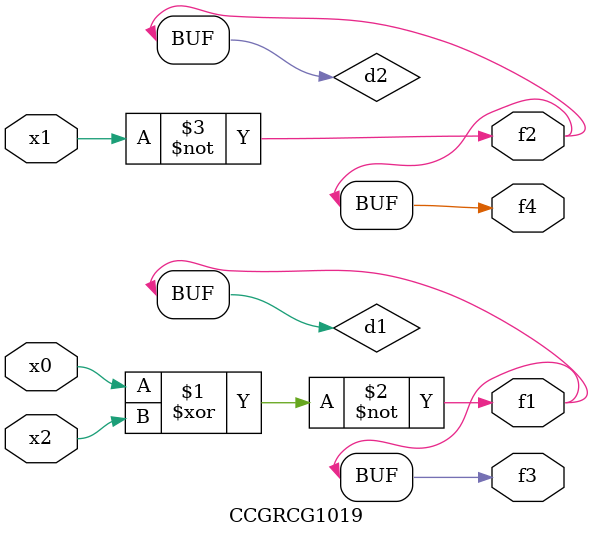
<source format=v>
module CCGRCG1019(
	input x0, x1, x2,
	output f1, f2, f3, f4
);

	wire d1, d2, d3;

	xnor (d1, x0, x2);
	nand (d2, x1);
	nor (d3, x1, x2);
	assign f1 = d1;
	assign f2 = d2;
	assign f3 = d1;
	assign f4 = d2;
endmodule

</source>
